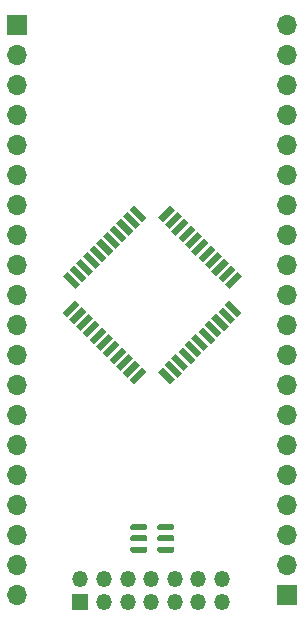
<source format=gbr>
G04 #@! TF.GenerationSoftware,KiCad,Pcbnew,(5.1.9-0-10_14)*
G04 #@! TF.CreationDate,2021-04-24T14:40:39+02:00*
G04 #@! TF.ProjectId,xilinx-cpld-breakout,78696c69-6e78-42d6-9370-6c642d627265,rev?*
G04 #@! TF.SameCoordinates,Original*
G04 #@! TF.FileFunction,Soldermask,Top*
G04 #@! TF.FilePolarity,Negative*
%FSLAX46Y46*%
G04 Gerber Fmt 4.6, Leading zero omitted, Abs format (unit mm)*
G04 Created by KiCad (PCBNEW (5.1.9-0-10_14)) date 2021-04-24 14:40:39*
%MOMM*%
%LPD*%
G01*
G04 APERTURE LIST*
%ADD10O,1.350000X1.350000*%
%ADD11R,1.350000X1.350000*%
%ADD12C,0.100000*%
%ADD13O,1.700000X1.700000*%
%ADD14R,1.700000X1.700000*%
G04 APERTURE END LIST*
D10*
X113854000Y-157385000D03*
X113854000Y-159385000D03*
X111854000Y-157385000D03*
X111854000Y-159385000D03*
X109854000Y-157385000D03*
X109854000Y-159385000D03*
X107854000Y-157385000D03*
X107854000Y-159385000D03*
X105854000Y-157385000D03*
X105854000Y-159385000D03*
X103854000Y-157385000D03*
X103854000Y-159385000D03*
X101854000Y-157385000D03*
D11*
X101854000Y-159385000D03*
D12*
G36*
X108816206Y-127215848D02*
G01*
X108427298Y-126826940D01*
X109487958Y-125766280D01*
X109876866Y-126155188D01*
X108816206Y-127215848D01*
G37*
G36*
X109381891Y-127781534D02*
G01*
X108992983Y-127392626D01*
X110053643Y-126331966D01*
X110442551Y-126720874D01*
X109381891Y-127781534D01*
G37*
G36*
X109947576Y-128347219D02*
G01*
X109558668Y-127958311D01*
X110619328Y-126897651D01*
X111008236Y-127286559D01*
X109947576Y-128347219D01*
G37*
G36*
X110513262Y-128912904D02*
G01*
X110124354Y-128523996D01*
X111185014Y-127463336D01*
X111573922Y-127852244D01*
X110513262Y-128912904D01*
G37*
G36*
X111078947Y-129478590D02*
G01*
X110690039Y-129089682D01*
X111750699Y-128029022D01*
X112139607Y-128417930D01*
X111078947Y-129478590D01*
G37*
G36*
X111644633Y-130044275D02*
G01*
X111255725Y-129655367D01*
X112316385Y-128594707D01*
X112705293Y-128983615D01*
X111644633Y-130044275D01*
G37*
G36*
X112210318Y-130609961D02*
G01*
X111821410Y-130221053D01*
X112882070Y-129160393D01*
X113270978Y-129549301D01*
X112210318Y-130609961D01*
G37*
G36*
X112776004Y-131175646D02*
G01*
X112387096Y-130786738D01*
X113447756Y-129726078D01*
X113836664Y-130114986D01*
X112776004Y-131175646D01*
G37*
G36*
X113341689Y-131741332D02*
G01*
X112952781Y-131352424D01*
X114013441Y-130291764D01*
X114402349Y-130680672D01*
X113341689Y-131741332D01*
G37*
G36*
X113907374Y-132307017D02*
G01*
X113518466Y-131918109D01*
X114579126Y-130857449D01*
X114968034Y-131246357D01*
X113907374Y-132307017D01*
G37*
G36*
X114473060Y-132872702D02*
G01*
X114084152Y-132483794D01*
X115144812Y-131423134D01*
X115533720Y-131812042D01*
X114473060Y-132872702D01*
G37*
G36*
X114084152Y-134216206D02*
G01*
X114473060Y-133827298D01*
X115533720Y-134887958D01*
X115144812Y-135276866D01*
X114084152Y-134216206D01*
G37*
G36*
X113518466Y-134781891D02*
G01*
X113907374Y-134392983D01*
X114968034Y-135453643D01*
X114579126Y-135842551D01*
X113518466Y-134781891D01*
G37*
G36*
X112952781Y-135347576D02*
G01*
X113341689Y-134958668D01*
X114402349Y-136019328D01*
X114013441Y-136408236D01*
X112952781Y-135347576D01*
G37*
G36*
X112387096Y-135913262D02*
G01*
X112776004Y-135524354D01*
X113836664Y-136585014D01*
X113447756Y-136973922D01*
X112387096Y-135913262D01*
G37*
G36*
X111821410Y-136478947D02*
G01*
X112210318Y-136090039D01*
X113270978Y-137150699D01*
X112882070Y-137539607D01*
X111821410Y-136478947D01*
G37*
G36*
X111255725Y-137044633D02*
G01*
X111644633Y-136655725D01*
X112705293Y-137716385D01*
X112316385Y-138105293D01*
X111255725Y-137044633D01*
G37*
G36*
X110690039Y-137610318D02*
G01*
X111078947Y-137221410D01*
X112139607Y-138282070D01*
X111750699Y-138670978D01*
X110690039Y-137610318D01*
G37*
G36*
X110124354Y-138176004D02*
G01*
X110513262Y-137787096D01*
X111573922Y-138847756D01*
X111185014Y-139236664D01*
X110124354Y-138176004D01*
G37*
G36*
X109558668Y-138741689D02*
G01*
X109947576Y-138352781D01*
X111008236Y-139413441D01*
X110619328Y-139802349D01*
X109558668Y-138741689D01*
G37*
G36*
X108992983Y-139307374D02*
G01*
X109381891Y-138918466D01*
X110442551Y-139979126D01*
X110053643Y-140368034D01*
X108992983Y-139307374D01*
G37*
G36*
X108427298Y-139873060D02*
G01*
X108816206Y-139484152D01*
X109876866Y-140544812D01*
X109487958Y-140933720D01*
X108427298Y-139873060D01*
G37*
G36*
X106412042Y-140933720D02*
G01*
X106023134Y-140544812D01*
X107083794Y-139484152D01*
X107472702Y-139873060D01*
X106412042Y-140933720D01*
G37*
G36*
X105846357Y-140368034D02*
G01*
X105457449Y-139979126D01*
X106518109Y-138918466D01*
X106907017Y-139307374D01*
X105846357Y-140368034D01*
G37*
G36*
X105280672Y-139802349D02*
G01*
X104891764Y-139413441D01*
X105952424Y-138352781D01*
X106341332Y-138741689D01*
X105280672Y-139802349D01*
G37*
G36*
X104714986Y-139236664D02*
G01*
X104326078Y-138847756D01*
X105386738Y-137787096D01*
X105775646Y-138176004D01*
X104714986Y-139236664D01*
G37*
G36*
X104149301Y-138670978D02*
G01*
X103760393Y-138282070D01*
X104821053Y-137221410D01*
X105209961Y-137610318D01*
X104149301Y-138670978D01*
G37*
G36*
X103583615Y-138105293D02*
G01*
X103194707Y-137716385D01*
X104255367Y-136655725D01*
X104644275Y-137044633D01*
X103583615Y-138105293D01*
G37*
G36*
X103017930Y-137539607D02*
G01*
X102629022Y-137150699D01*
X103689682Y-136090039D01*
X104078590Y-136478947D01*
X103017930Y-137539607D01*
G37*
G36*
X102452244Y-136973922D02*
G01*
X102063336Y-136585014D01*
X103123996Y-135524354D01*
X103512904Y-135913262D01*
X102452244Y-136973922D01*
G37*
G36*
X101886559Y-136408236D02*
G01*
X101497651Y-136019328D01*
X102558311Y-134958668D01*
X102947219Y-135347576D01*
X101886559Y-136408236D01*
G37*
G36*
X101320874Y-135842551D02*
G01*
X100931966Y-135453643D01*
X101992626Y-134392983D01*
X102381534Y-134781891D01*
X101320874Y-135842551D01*
G37*
G36*
X100755188Y-135276866D02*
G01*
X100366280Y-134887958D01*
X101426940Y-133827298D01*
X101815848Y-134216206D01*
X100755188Y-135276866D01*
G37*
G36*
X100366280Y-131812042D02*
G01*
X100755188Y-131423134D01*
X101815848Y-132483794D01*
X101426940Y-132872702D01*
X100366280Y-131812042D01*
G37*
G36*
X100931966Y-131246357D02*
G01*
X101320874Y-130857449D01*
X102381534Y-131918109D01*
X101992626Y-132307017D01*
X100931966Y-131246357D01*
G37*
G36*
X101497651Y-130680672D02*
G01*
X101886559Y-130291764D01*
X102947219Y-131352424D01*
X102558311Y-131741332D01*
X101497651Y-130680672D01*
G37*
G36*
X102063336Y-130114986D02*
G01*
X102452244Y-129726078D01*
X103512904Y-130786738D01*
X103123996Y-131175646D01*
X102063336Y-130114986D01*
G37*
G36*
X102629022Y-129549301D02*
G01*
X103017930Y-129160393D01*
X104078590Y-130221053D01*
X103689682Y-130609961D01*
X102629022Y-129549301D01*
G37*
G36*
X103194707Y-128983615D02*
G01*
X103583615Y-128594707D01*
X104644275Y-129655367D01*
X104255367Y-130044275D01*
X103194707Y-128983615D01*
G37*
G36*
X103760393Y-128417930D02*
G01*
X104149301Y-128029022D01*
X105209961Y-129089682D01*
X104821053Y-129478590D01*
X103760393Y-128417930D01*
G37*
G36*
X104326078Y-127852244D02*
G01*
X104714986Y-127463336D01*
X105775646Y-128523996D01*
X105386738Y-128912904D01*
X104326078Y-127852244D01*
G37*
G36*
X104891764Y-127286559D02*
G01*
X105280672Y-126897651D01*
X106341332Y-127958311D01*
X105952424Y-128347219D01*
X104891764Y-127286559D01*
G37*
G36*
X105457449Y-126720874D02*
G01*
X105846357Y-126331966D01*
X106907017Y-127392626D01*
X106518109Y-127781534D01*
X105457449Y-126720874D01*
G37*
G36*
X106023134Y-126155188D02*
G01*
X106412042Y-125766280D01*
X107472702Y-126826940D01*
X107083794Y-127215848D01*
X106023134Y-126155188D01*
G37*
D13*
X119380000Y-110490000D03*
X119380000Y-113030000D03*
X119380000Y-115570000D03*
X119380000Y-118110000D03*
X119380000Y-120650000D03*
X119380000Y-123190000D03*
X119380000Y-125730000D03*
X119380000Y-128270000D03*
X119380000Y-130810000D03*
X119380000Y-133350000D03*
X119380000Y-135890000D03*
X119380000Y-138430000D03*
X119380000Y-140970000D03*
X119380000Y-143510000D03*
X119380000Y-146050000D03*
X119380000Y-148590000D03*
X119380000Y-151130000D03*
X119380000Y-153670000D03*
X119380000Y-156210000D03*
D14*
X119380000Y-158750000D03*
D13*
X96520000Y-158750000D03*
X96520000Y-156210000D03*
X96520000Y-153670000D03*
X96520000Y-151130000D03*
X96520000Y-148590000D03*
X96520000Y-146050000D03*
X96520000Y-143510000D03*
X96520000Y-140970000D03*
X96520000Y-138430000D03*
X96520000Y-135890000D03*
X96520000Y-133350000D03*
X96520000Y-130810000D03*
X96520000Y-128270000D03*
X96520000Y-125730000D03*
X96520000Y-123190000D03*
X96520000Y-120650000D03*
X96520000Y-118110000D03*
X96520000Y-115570000D03*
X96520000Y-113030000D03*
D14*
X96520000Y-110490000D03*
G36*
G01*
X108375000Y-153162500D02*
X108375000Y-152912500D01*
G75*
G02*
X108500000Y-152787500I125000J0D01*
G01*
X109675000Y-152787500D01*
G75*
G02*
X109800000Y-152912500I0J-125000D01*
G01*
X109800000Y-153162500D01*
G75*
G02*
X109675000Y-153287500I-125000J0D01*
G01*
X108500000Y-153287500D01*
G75*
G02*
X108375000Y-153162500I0J125000D01*
G01*
G37*
G36*
G01*
X108375000Y-154112500D02*
X108375000Y-153862500D01*
G75*
G02*
X108500000Y-153737500I125000J0D01*
G01*
X109675000Y-153737500D01*
G75*
G02*
X109800000Y-153862500I0J-125000D01*
G01*
X109800000Y-154112500D01*
G75*
G02*
X109675000Y-154237500I-125000J0D01*
G01*
X108500000Y-154237500D01*
G75*
G02*
X108375000Y-154112500I0J125000D01*
G01*
G37*
G36*
G01*
X108375000Y-155062500D02*
X108375000Y-154812500D01*
G75*
G02*
X108500000Y-154687500I125000J0D01*
G01*
X109675000Y-154687500D01*
G75*
G02*
X109800000Y-154812500I0J-125000D01*
G01*
X109800000Y-155062500D01*
G75*
G02*
X109675000Y-155187500I-125000J0D01*
G01*
X108500000Y-155187500D01*
G75*
G02*
X108375000Y-155062500I0J125000D01*
G01*
G37*
G36*
G01*
X106100000Y-155062500D02*
X106100000Y-154812500D01*
G75*
G02*
X106225000Y-154687500I125000J0D01*
G01*
X107400000Y-154687500D01*
G75*
G02*
X107525000Y-154812500I0J-125000D01*
G01*
X107525000Y-155062500D01*
G75*
G02*
X107400000Y-155187500I-125000J0D01*
G01*
X106225000Y-155187500D01*
G75*
G02*
X106100000Y-155062500I0J125000D01*
G01*
G37*
G36*
G01*
X106100000Y-154112500D02*
X106100000Y-153862500D01*
G75*
G02*
X106225000Y-153737500I125000J0D01*
G01*
X107400000Y-153737500D01*
G75*
G02*
X107525000Y-153862500I0J-125000D01*
G01*
X107525000Y-154112500D01*
G75*
G02*
X107400000Y-154237500I-125000J0D01*
G01*
X106225000Y-154237500D01*
G75*
G02*
X106100000Y-154112500I0J125000D01*
G01*
G37*
G36*
G01*
X106100000Y-153162500D02*
X106100000Y-152912500D01*
G75*
G02*
X106225000Y-152787500I125000J0D01*
G01*
X107400000Y-152787500D01*
G75*
G02*
X107525000Y-152912500I0J-125000D01*
G01*
X107525000Y-153162500D01*
G75*
G02*
X107400000Y-153287500I-125000J0D01*
G01*
X106225000Y-153287500D01*
G75*
G02*
X106100000Y-153162500I0J125000D01*
G01*
G37*
M02*

</source>
